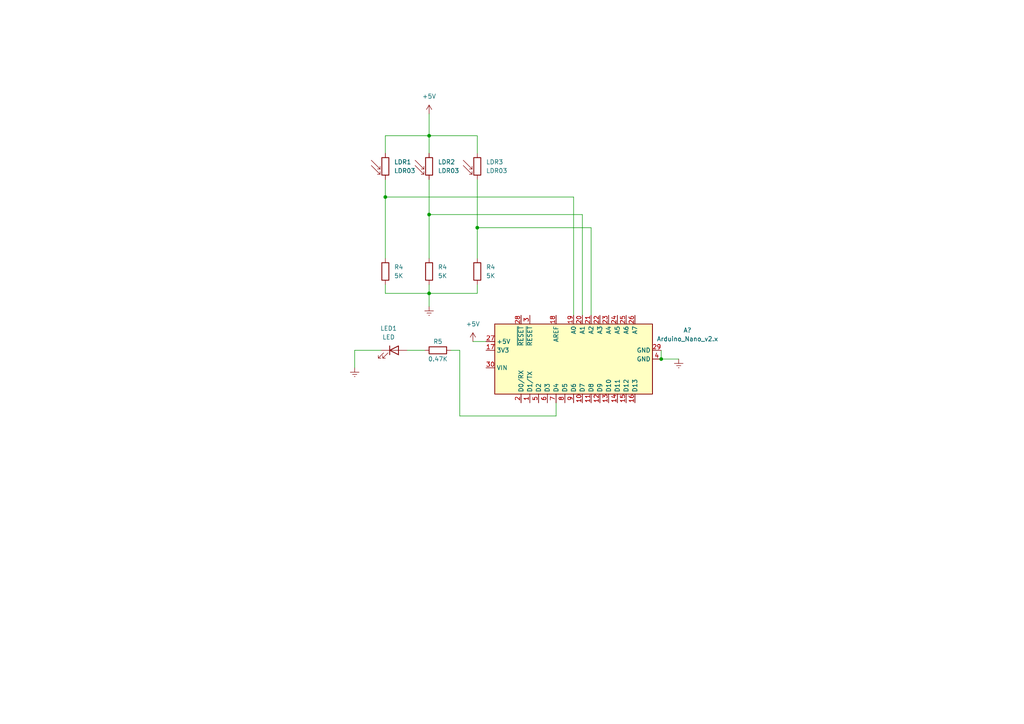
<source format=kicad_sch>
(kicad_sch (version 20211123) (generator eeschema)
  (paper "A4")
  (lib_symbols
    (symbol "Device:LED" (pin_numbers hide) (pin_names (offset 1.016) hide)
      (property "Reference" "D" (at 0 2.54 0))
      (property "Value" "LED" (at 0 -2.54 0))
      (symbol "LED_0_1"
        (polyline (pts (xy -1.27 -1.27) (xy -1.27 1.27)) (stroke (width 0.254)))
        (polyline (pts (xy -1.27 0) (xy 1.27 0)))
        (polyline (pts (xy 1.27 -1.27) (xy 1.27 1.27) (xy -1.27 0) (xy 1.27 -1.27)) (stroke (width 0.254)))
        (polyline (pts (xy -3.048 -0.762) (xy -4.572 -2.286) (xy -3.81 -2.286) (xy -4.572 -2.286) (xy -4.572 -1.524)))
        (polyline (pts (xy -1.778 -0.762) (xy -3.302 -2.286) (xy -2.54 -2.286) (xy -3.302 -2.286) (xy -3.302 -1.524)))
      )
      (symbol "LED_1_1"
        (pin passive line (at -3.81 0 0) (length 2.54) (name "K") (number "1"))
        (pin passive line (at 3.81 0 180) (length 2.54) (name "A") (number "2"))
      )
    )
    (symbol "Device:R" (pin_numbers hide) (pin_names (offset 0))
      (property "Reference" "R" (at 2.032 0 90))
      (property "Value" "R" (at 0 0 90))
      (symbol "R_0_1"
        (rectangle (start -1.016 -2.54) (end 1.016 2.54) (stroke (width 0.254)))
      )
      (symbol "R_1_1"
        (pin passive line (at 0 3.81 270) (length 1.27) (name "~") (number "1"))
        (pin passive line (at 0 -3.81 90) (length 1.27) (name "~") (number "2"))
      )
    )
    (symbol "MCU_Module:Arduino_Nano_v2.x"
      (property "Reference" "A" (at -10.16 23.495 0))
      (property "Value" "Arduino_Nano_v2.x" (at 5.08 -24.13 0))
      (symbol "Arduino_Nano_v2.x_0_1"
        (rectangle (start -10.16 22.86) (end 10.16 -22.86) (stroke (width 0.254)) (fill (type background)))
      )
      (symbol "Arduino_Nano_v2.x_1_1"
        (pin bidirectional line (at -12.7 12.7 0) (length 2.54) (name "D1/TX") (number "1"))
        (pin bidirectional line (at -12.7 -2.54 0) (length 2.54) (name "D7") (number "10"))
        (pin bidirectional line (at -12.7 -5.08 0) (length 2.54) (name "D8") (number "11"))
        (pin bidirectional line (at -12.7 -7.62 0) (length 2.54) (name "D9") (number "12"))
        (pin bidirectional line (at -12.7 -10.16 0) (length 2.54) (name "D10") (number "13"))
        (pin bidirectional line (at -12.7 -12.7 0) (length 2.54) (name "D11") (number "14"))
        (pin bidirectional line (at -12.7 -15.24 0) (length 2.54) (name "D12") (number "15"))
        (pin bidirectional line (at -12.7 -17.78 0) (length 2.54) (name "D13") (number "16"))
        (pin power_out line (at 2.54 25.4 270) (length 2.54) (name "3V3") (number "17"))
        (pin input line (at 12.7 5.08 180) (length 2.54) (name "AREF") (number "18"))
        (pin bidirectional line (at 12.7 0 180) (length 2.54) (name "A0") (number "19"))
        (pin bidirectional line (at -12.7 15.24 0) (length 2.54) (name "D0/RX") (number "2"))
        (pin bidirectional line (at 12.7 -2.54 180) (length 2.54) (name "A1") (number "20"))
        (pin bidirectional line (at 12.7 -5.08 180) (length 2.54) (name "A2") (number "21"))
        (pin bidirectional line (at 12.7 -7.62 180) (length 2.54) (name "A3") (number "22"))
        (pin bidirectional line (at 12.7 -10.16 180) (length 2.54) (name "A4") (number "23"))
        (pin bidirectional line (at 12.7 -12.7 180) (length 2.54) (name "A5") (number "24"))
        (pin bidirectional line (at 12.7 -15.24 180) (length 2.54) (name "A6") (number "25"))
        (pin bidirectional line (at 12.7 -17.78 180) (length 2.54) (name "A7") (number "26"))
        (pin power_out line (at 5.08 25.4 270) (length 2.54) (name "+5V") (number "27"))
        (pin input line (at 12.7 15.24 180) (length 2.54) (name "~{RESET}") (number "28"))
        (pin power_in line (at 2.54 -25.4 90) (length 2.54) (name "GND") (number "29"))
        (pin input line (at 12.7 12.7 180) (length 2.54) (name "~{RESET}") (number "3"))
        (pin power_in line (at -2.54 25.4 270) (length 2.54) (name "VIN") (number "30"))
        (pin power_in line (at 0 -25.4 90) (length 2.54) (name "GND") (number "4"))
        (pin bidirectional line (at -12.7 10.16 0) (length 2.54) (name "D2") (number "5"))
        (pin bidirectional line (at -12.7 7.62 0) (length 2.54) (name "D3") (number "6"))
        (pin bidirectional line (at -12.7 5.08 0) (length 2.54) (name "D4") (number "7"))
        (pin bidirectional line (at -12.7 2.54 0) (length 2.54) (name "D5") (number "8"))
        (pin bidirectional line (at -12.7 0 0) (length 2.54) (name "D6") (number "9"))
      )
    )
    (symbol "Sensor_Optical:LDR03" (pin_numbers hide) (pin_names (offset 0))
      (property "Reference" "R" (at -5.08 0 90))
      (property "Value" "LDR03" (at 1.905 0 90))
      (symbol "LDR03_0_1"
        (rectangle (start -1.016 2.54) (end 1.016 -2.54) (stroke (width 0.254)))
        (polyline (pts (xy -1.524 -2.286) (xy -4.064 0.254)))
        (polyline (pts (xy -1.524 -2.286) (xy -2.286 -2.286)))
        (polyline (pts (xy -1.524 -2.286) (xy -1.524 -1.524)))
        (polyline (pts (xy -1.524 -0.762) (xy -4.064 1.778)))
        (polyline (pts (xy -1.524 -0.762) (xy -2.286 -0.762)))
        (polyline (pts (xy -1.524 -0.762) (xy -1.524 0)))
      )
      (symbol "LDR03_1_1"
        (pin passive line (at 0 3.81 270) (length 1.27) (name "~") (number "1"))
        (pin passive line (at 0 -3.81 90) (length 1.27) (name "~") (number "2"))
      )
    )
    (symbol "power:+5V" (power) (pin_names (offset 0))
      (property "Value" "+5V" (at 0 3.556 0))
      (symbol "+5V_0_1"
        (polyline (pts (xy -0.762 1.27) (xy 0 2.54)))
        (polyline (pts (xy 0 0) (xy 0 2.54)))
        (polyline (pts (xy 0 2.54) (xy 0.762 1.27)))
      )
      (symbol "+5V_1_1"
        (pin power_in line (at 0 0 90) (length 0) hide (name "+5V") (number "1"))
      )
    )
    (symbol "power:Earth" (power) (pin_names (offset 0))
      (symbol "Earth_0_1"
        (polyline (pts (xy -0.635 -1.905) (xy 0.635 -1.905)))
        (polyline (pts (xy -0.127 -2.54) (xy 0.127 -2.54)))
        (polyline (pts (xy 0 -1.27) (xy 0 0)))
        (polyline (pts (xy 1.27 -1.27) (xy -1.27 -1.27)))
      )
      (symbol "Earth_1_1"
        (pin power_in line (at 0 0 270) (length 0) hide (name "Earth") (number "1"))
      )
    )
  )
  (junction (at 191.77 104.14))
  (junction (at 124.46 39.37))
  (junction (at 138.43 66.04))
  (junction (at 124.46 85.09))
  (junction (at 124.46 62.23))
  (junction (at 111.76 57.15))
  (wire (pts (xy 133.35 120.65) (xy 161.29 120.65)))
  (wire (pts (xy 118.11 101.6) (xy 123.19 101.6)))
  (wire (pts (xy 138.43 39.37) (xy 124.46 39.37)))
  (wire (pts (xy 111.76 57.15) (xy 166.37 57.15)))
  (wire (pts (xy 133.35 101.6) (xy 133.35 120.65)))
  (wire (pts (xy 124.46 39.37) (xy 124.46 44.45)))
  (wire (pts (xy 111.76 52.07) (xy 111.76 57.15)))
  (wire (pts (xy 124.46 82.55) (xy 124.46 85.09)))
  (wire (pts (xy 138.43 66.04) (xy 138.43 74.93)))
  (wire (pts (xy 191.77 104.14) (xy 196.85 104.14)))
  (wire (pts (xy 130.81 101.6) (xy 133.35 101.6)))
  (wire (pts (xy 168.91 62.23) (xy 168.91 91.44)))
  (wire (pts (xy 102.87 101.6) (xy 102.87 106.68)))
  (wire (pts (xy 138.43 44.45) (xy 138.43 39.37)))
  (wire (pts (xy 124.46 85.09) (xy 124.46 88.9)))
  (wire (pts (xy 171.45 66.04) (xy 171.45 91.44)))
  (wire (pts (xy 124.46 33.02) (xy 124.46 39.37)))
  (wire (pts (xy 137.16 99.06) (xy 140.97 99.06)))
  (wire (pts (xy 124.46 62.23) (xy 124.46 74.93)))
  (wire (pts (xy 191.77 101.6) (xy 191.77 104.14)))
  (wire (pts (xy 111.76 39.37) (xy 124.46 39.37)))
  (wire (pts (xy 111.76 82.55) (xy 111.76 85.09)))
  (wire (pts (xy 138.43 82.55) (xy 138.43 85.09)))
  (wire (pts (xy 110.49 101.6) (xy 102.87 101.6)))
  (wire (pts (xy 124.46 52.07) (xy 124.46 62.23)))
  (wire (pts (xy 161.29 120.65) (xy 161.29 116.84)))
  (wire (pts (xy 138.43 66.04) (xy 138.43 52.07)))
  (wire (pts (xy 138.43 85.09) (xy 124.46 85.09)))
  (wire (pts (xy 124.46 62.23) (xy 168.91 62.23)))
  (wire (pts (xy 138.43 66.04) (xy 171.45 66.04)))
  (wire (pts (xy 111.76 85.09) (xy 124.46 85.09)))
  (wire (pts (xy 111.76 44.45) (xy 111.76 39.37)))
  (wire (pts (xy 111.76 57.15) (xy 111.76 74.93)))
  (wire (pts (xy 166.37 57.15) (xy 166.37 91.44)))
  (symbol (lib_id "Device:R") (at 138.43 78.74 0) (unit 1)
    (property "Reference" "R4" (at 140.97 77.4699 0) (effects (justify left)))
    (property "Value" "5K" (at 140.97 80.0099 0) (effects (justify left)))
  )
  (symbol (lib_id "power:Earth") (at 124.46 88.9 0) (unit 1)
    (property "Reference" "#PWR?" (effects hide))
    (property "Value" "Earth" (effects hide))
  )
  (symbol (lib_id "MCU_Module:Arduino_Nano_v2.x") (at 166.37 104.14 90) (unit 1)
    (property "Reference" "A?" (at 199.39 95.7705 90))
    (property "Value" "Arduino_Nano_v2.x" (at 199.39 98.3105 90))
    (property "Footprint" "Module:Arduino_Nano" (effects hide))
    (property "Datasheet" "https://www.arduino.cc/en/uploads/Main/ArduinoNanoManual23.pdf" (effects hide))
  )
  (symbol (lib_id "power:+5V") (at 137.16 99.06 0) (unit 1)
    (property "Reference" "#PWR?" (effects hide))
    (property "Value" "+5V" (at 137.16 93.98 0))
  )
  (symbol (lib_id "Sensor_Optical:LDR03") (at 124.46 48.26 0) (unit 1)
    (property "Reference" "LDR2" (at 127 46.9899 0) (effects (justify left)))
    (property "Value" "LDR03" (at 127 49.5299 0) (effects (justify left)))
    (property "Footprint" "OptoDevice:R_LDR_10x8.5mm_P7.6mm_Vertical" (effects hide))
    (property "Datasheet" "http://www.elektronica-componenten.nl/WebRoot/StoreNL/Shops/61422969/54F1/BA0C/C664/31B9/2173/C0A8/2AB9/2AEF/LDR03IMP.pdf" (effects hide))
  )
  (symbol (lib_id "power:+5V") (at 124.46 33.02 0) (unit 1)
    (property "Reference" "#PWR?" (effects hide))
    (property "Value" "+5V" (at 124.46 27.94 0))
  )
  (symbol (lib_id "Device:R") (at 111.76 78.74 0) (unit 1)
    (property "Reference" "R4" (at 114.3 77.4699 0) (effects (justify left)))
    (property "Value" "5K" (at 114.3 80.0099 0) (effects (justify left)))
  )
  (symbol (lib_id "Device:R") (at 127 101.6 90) (unit 1)
    (property "Reference" "0.47K" (at 127 104.14 90))
    (property "Value" "R5" (at 127 99.06 90))
  )
  (symbol (lib_id "power:Earth") (at 196.85 104.14 0) (unit 1)
    (property "Reference" "#PWR?" (effects hide))
    (property "Value" "Earth" (effects hide))
  )
  (symbol (lib_id "Device:R") (at 124.46 78.74 0) (unit 1)
    (property "Reference" "R4" (at 127 77.4699 0) (effects (justify left)))
    (property "Value" "5K" (at 127 80.0099 0) (effects (justify left)))
  )
  (symbol (lib_id "Device:LED") (at 114.3 101.6 0) (unit 1)
    (property "Reference" "LED1" (at 112.7125 95.25 0))
    (property "Value" "LED" (at 112.7125 97.79 0))
  )
  (symbol (lib_id "power:Earth") (at 102.87 106.68 0) (unit 1)
    (property "Reference" "#PWR?" (effects hide))
    (property "Value" "Earth" (effects hide))
  )
  (symbol (lib_id "Sensor_Optical:LDR03") (at 138.43 48.26 0) (unit 1)
    (property "Reference" "LDR3" (at 140.97 46.9899 0) (effects (justify left)))
    (property "Value" "LDR03" (at 140.97 49.5299 0) (effects (justify left)))
    (property "Footprint" "OptoDevice:R_LDR_10x8.5mm_P7.6mm_Vertical" (effects hide))
    (property "Datasheet" "http://www.elektronica-componenten.nl/WebRoot/StoreNL/Shops/61422969/54F1/BA0C/C664/31B9/2173/C0A8/2AB9/2AEF/LDR03IMP.pdf" (effects hide))
  )
  (symbol (lib_id "Sensor_Optical:LDR03") (at 111.76 48.26 0) (unit 1)
    (property "Reference" "LDR1" (at 114.3 46.9899 0) (effects (justify left)))
    (property "Value" "LDR03" (at 114.3 49.5299 0) (effects (justify left)))
    (property "Footprint" "OptoDevice:R_LDR_10x8.5mm_P7.6mm_Vertical" (effects hide))
    (property "Datasheet" "http://www.elektronica-componenten.nl/WebRoot/StoreNL/Shops/61422969/54F1/BA0C/C664/31B9/2173/C0A8/2AB9/2AEF/LDR03IMP.pdf" (effects hide))
  )
)
</source>
